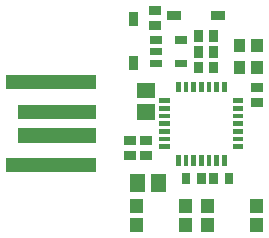
<source format=gbr>
G04 start of page 10 for group -4015 idx -4015 *
G04 Title: UltraNano, toppaste *
G04 Creator: pcb 1.99z *
G04 CreationDate: Thu 15 Jan 2015 11:46:57 GMT UTC *
G04 For: matt *
G04 Format: Gerber/RS-274X *
G04 PCB-Dimensions (mil): 1377.95 1062.99 *
G04 PCB-Coordinate-Origin: lower left *
%MOIN*%
%FSLAX25Y25*%
%LNTOPPASTE*%
%ADD65R,0.0394X0.0394*%
%ADD64R,0.0240X0.0240*%
%ADD63R,0.0276X0.0276*%
%ADD62R,0.0472X0.0472*%
%ADD61R,0.0157X0.0157*%
%ADD60R,0.0433X0.0433*%
%ADD59R,0.0512X0.0512*%
%ADD58R,0.0295X0.0295*%
G54D58*X50492Y48425D02*X51476D01*
X50492Y53543D02*X51476D01*
X78937Y41240D02*Y40256D01*
X84055Y41240D02*Y40256D01*
X69685Y41240D02*Y40256D01*
X74803Y41240D02*Y40256D01*
G54D59*X53544Y39763D02*Y38977D01*
X60630Y39763D02*Y38977D01*
G54D60*X76969Y31693D02*Y31299D01*
Y25394D02*Y25000D01*
X93110Y31693D02*Y31299D01*
Y25394D02*Y25000D01*
X53346Y31693D02*Y31299D01*
Y25394D02*Y25000D01*
X69488Y31693D02*Y31299D01*
Y25394D02*Y25000D01*
G54D58*X55807Y48425D02*X56791D01*
X55807Y53543D02*X56791D01*
G54D59*X55906Y70078D02*X56692D01*
X55906Y62992D02*X56692D01*
G54D61*X86024Y51378D02*X87992D01*
X86024Y53937D02*X87992D01*
X86024Y56496D02*X87992D01*
X86024Y59055D02*X87992D01*
X86024Y61614D02*X87992D01*
X86024Y64173D02*X87992D01*
X86024Y66732D02*X87992D01*
X82480Y72244D02*Y70276D01*
X79921Y72244D02*Y70276D01*
X77362Y72244D02*Y70276D01*
X74803Y72244D02*Y70276D01*
X72244Y72244D02*Y70276D01*
X69685Y72244D02*Y70276D01*
X67126Y72244D02*Y70276D01*
X61614Y66732D02*X63583D01*
X61614Y64173D02*X63583D01*
X61614Y61614D02*X63583D01*
X61614Y59055D02*X63583D01*
X61614Y56496D02*X63583D01*
X61614Y53937D02*X63583D01*
X61614Y51378D02*X63583D01*
X67126Y47835D02*Y45866D01*
X69685Y47835D02*Y45866D01*
X72244Y47835D02*Y45866D01*
X74803Y47835D02*Y45866D01*
X77362Y47835D02*Y45866D01*
X79921Y47835D02*Y45866D01*
X82480Y47835D02*Y45866D01*
G54D62*X12205Y45276D02*X37402D01*
X16142Y55118D02*X37402D01*
X16142Y62992D02*X37402D01*
X12205Y72835D02*X37402D01*
G54D63*X52165Y94882D02*Y92913D01*
Y80315D02*Y78346D01*
G54D58*X58760Y96850D02*X59744D01*
X58760Y91732D02*X59744D01*
G54D63*X64764Y95079D02*X66732D01*
X79331D02*X81299D01*
G54D58*X73819Y78248D02*Y77264D01*
X78937Y78248D02*Y77264D01*
Y83563D02*Y82579D01*
X73819Y83563D02*Y82579D01*
G54D64*X67243Y79171D02*X68843D01*
X67243Y86971D02*X68843D01*
X59043D02*X60643D01*
X59043Y83071D02*X60643D01*
X59043Y79171D02*X60643D01*
G54D58*X78937Y88878D02*Y87894D01*
X73819Y88878D02*Y87894D01*
G54D65*X93427Y85381D02*Y84987D01*
X87521Y85381D02*Y84987D01*
Y77900D02*Y77507D01*
X93427Y77900D02*Y77507D01*
G54D58*X92867Y66065D02*X93851D01*
X92867Y71183D02*X93851D01*
M02*

</source>
